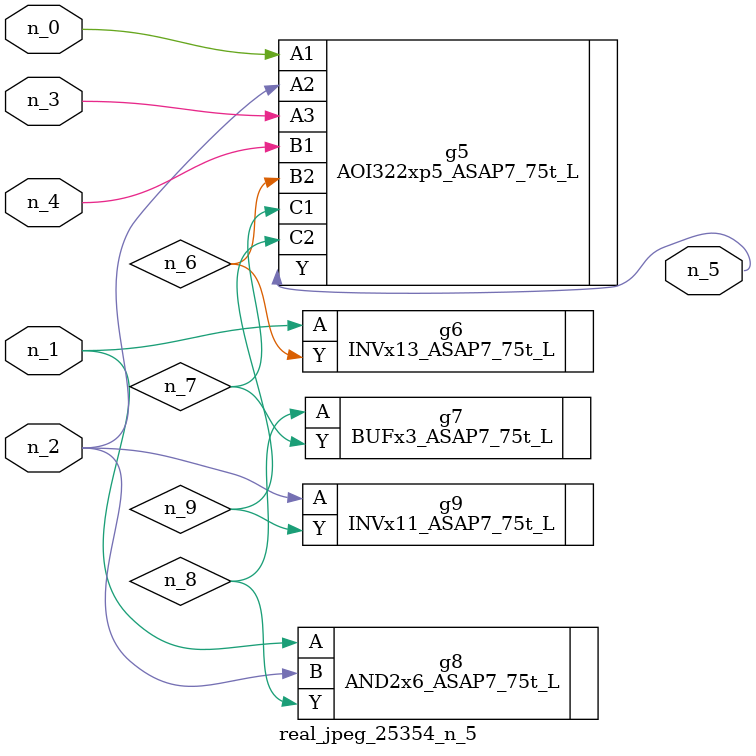
<source format=v>
module real_jpeg_25354_n_5 (n_4, n_0, n_1, n_2, n_3, n_5);

input n_4;
input n_0;
input n_1;
input n_2;
input n_3;

output n_5;

wire n_8;
wire n_6;
wire n_7;
wire n_9;

AOI322xp5_ASAP7_75t_L g5 ( 
.A1(n_0),
.A2(n_2),
.A3(n_3),
.B1(n_4),
.B2(n_6),
.C1(n_7),
.C2(n_9),
.Y(n_5)
);

INVx13_ASAP7_75t_L g6 ( 
.A(n_1),
.Y(n_6)
);

AND2x6_ASAP7_75t_L g8 ( 
.A(n_1),
.B(n_2),
.Y(n_8)
);

INVx11_ASAP7_75t_L g9 ( 
.A(n_2),
.Y(n_9)
);

BUFx3_ASAP7_75t_L g7 ( 
.A(n_8),
.Y(n_7)
);


endmodule
</source>
